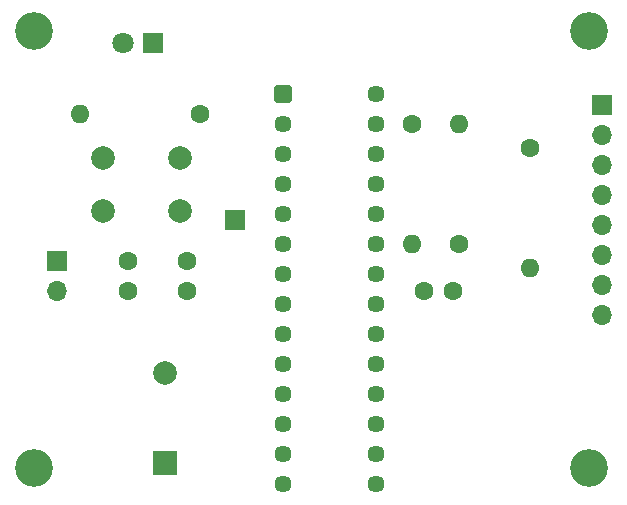
<source format=gbr>
%TF.GenerationSoftware,KiCad,Pcbnew,8.0.1*%
%TF.CreationDate,2024-05-30T23:22:24+02:00*%
%TF.ProjectId,TemperatureMonitoring,54656d70-6572-4617-9475-72654d6f6e69,v0.2*%
%TF.SameCoordinates,Original*%
%TF.FileFunction,Soldermask,Top*%
%TF.FilePolarity,Negative*%
%FSLAX46Y46*%
G04 Gerber Fmt 4.6, Leading zero omitted, Abs format (unit mm)*
G04 Created by KiCad (PCBNEW 8.0.1) date 2024-05-30 23:22:24*
%MOMM*%
%LPD*%
G01*
G04 APERTURE LIST*
G04 Aperture macros list*
%AMRoundRect*
0 Rectangle with rounded corners*
0 $1 Rounding radius*
0 $2 $3 $4 $5 $6 $7 $8 $9 X,Y pos of 4 corners*
0 Add a 4 corners polygon primitive as box body*
4,1,4,$2,$3,$4,$5,$6,$7,$8,$9,$2,$3,0*
0 Add four circle primitives for the rounded corners*
1,1,$1+$1,$2,$3*
1,1,$1+$1,$4,$5*
1,1,$1+$1,$6,$7*
1,1,$1+$1,$8,$9*
0 Add four rect primitives between the rounded corners*
20,1,$1+$1,$2,$3,$4,$5,0*
20,1,$1+$1,$4,$5,$6,$7,0*
20,1,$1+$1,$6,$7,$8,$9,0*
20,1,$1+$1,$8,$9,$2,$3,0*%
G04 Aperture macros list end*
%ADD10R,1.700000X1.700000*%
%ADD11O,1.700000X1.700000*%
%ADD12C,1.600000*%
%ADD13C,3.200000*%
%ADD14O,1.600000X1.600000*%
%ADD15RoundRect,0.102000X-0.625000X-0.625000X0.625000X-0.625000X0.625000X0.625000X-0.625000X0.625000X0*%
%ADD16C,1.454000*%
%ADD17C,2.000000*%
%ADD18R,2.000000X2.000000*%
%ADD19R,1.800000X1.800000*%
%ADD20C,1.800000*%
G04 APERTURE END LIST*
D10*
X153126000Y-91300000D03*
D11*
X153126000Y-93840000D03*
X153126000Y-96380000D03*
X153126000Y-98920000D03*
X153126000Y-101460000D03*
X153126000Y-104000000D03*
X153126000Y-106540000D03*
X153126000Y-109080000D03*
D12*
X140500000Y-107000000D03*
X138000000Y-107000000D03*
D13*
X105000000Y-85000000D03*
D12*
X137000000Y-92920000D03*
D14*
X137000000Y-103080000D03*
D12*
X119080000Y-92000000D03*
D14*
X108920000Y-92000000D03*
D15*
X126126000Y-90380000D03*
D16*
X126126000Y-92920000D03*
X126126000Y-95460000D03*
X126126000Y-98000000D03*
X126126000Y-100540000D03*
X126126000Y-103080000D03*
X126126000Y-105620000D03*
X126126000Y-108160000D03*
X126126000Y-110700000D03*
X126126000Y-113240000D03*
X126126000Y-115780000D03*
X126126000Y-118320000D03*
X126126000Y-120860000D03*
X126126000Y-123400000D03*
X134000000Y-123400000D03*
X134000000Y-120860000D03*
X134000000Y-118320000D03*
X134000000Y-115780000D03*
X134000000Y-113240000D03*
X134000000Y-110700000D03*
X134000000Y-108160000D03*
X134000000Y-105620000D03*
X134000000Y-103080000D03*
X134000000Y-100540000D03*
X134000000Y-98000000D03*
X134000000Y-95460000D03*
X134000000Y-92920000D03*
X134000000Y-90380000D03*
D10*
X122000000Y-101000000D03*
D13*
X152000000Y-85000000D03*
D12*
X118000000Y-104500000D03*
X118000000Y-107000000D03*
X141000000Y-103080000D03*
D14*
X141000000Y-92920000D03*
D17*
X117376000Y-100250000D03*
X110876000Y-100250000D03*
X117376000Y-95750000D03*
X110876000Y-95750000D03*
D13*
X152000000Y-122000000D03*
X105000000Y-122000000D03*
D12*
X147000000Y-94920000D03*
D14*
X147000000Y-105080000D03*
D12*
X113000000Y-104500000D03*
X113000000Y-107000000D03*
D10*
X107000000Y-104460000D03*
D11*
X107000000Y-107000000D03*
D18*
X116126000Y-121600000D03*
D17*
X116126000Y-114000000D03*
D19*
X115126000Y-86000000D03*
D20*
X112586000Y-86000000D03*
M02*

</source>
